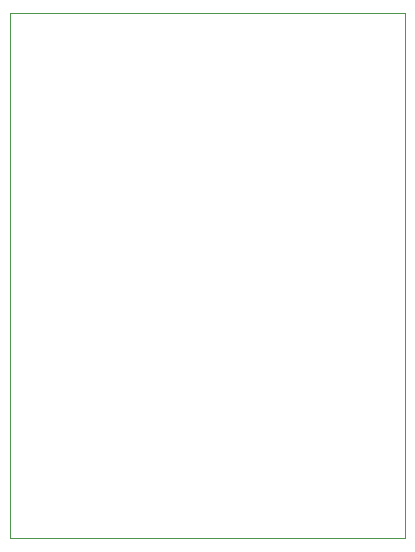
<source format=gm1>
G04 #@! TF.GenerationSoftware,KiCad,Pcbnew,6.0.1*
G04 #@! TF.CreationDate,2022-02-15T02:13:12-08:00*
G04 #@! TF.ProjectId,iCE40-SDRAM,69434534-302d-4534-9452-414d2e6b6963,rev?*
G04 #@! TF.SameCoordinates,Original*
G04 #@! TF.FileFunction,Profile,NP*
%FSLAX46Y46*%
G04 Gerber Fmt 4.6, Leading zero omitted, Abs format (unit mm)*
G04 Created by KiCad (PCBNEW 6.0.1) date 2022-02-15 02:13:12*
%MOMM*%
%LPD*%
G01*
G04 APERTURE LIST*
G04 #@! TA.AperFunction,Profile*
%ADD10C,0.100000*%
G04 #@! TD*
G04 APERTURE END LIST*
D10*
X120100000Y-96790000D02*
X120100000Y-52660000D01*
X120100000Y-97080000D02*
X120100000Y-96790000D01*
X120650000Y-97080000D02*
X120100000Y-97080000D01*
X153470000Y-97110000D02*
X120650000Y-97080000D01*
X153470000Y-96370000D02*
X153470000Y-97110000D01*
X153500000Y-75250000D02*
X153470000Y-96370000D01*
X153490000Y-59370000D02*
X153500000Y-75250000D01*
X153490000Y-55770000D02*
X153490000Y-59370000D01*
X153490000Y-52660000D02*
X153490000Y-55770000D01*
X121320000Y-52660000D02*
X153490000Y-52660000D01*
X120100000Y-52660000D02*
X121320000Y-52660000D01*
M02*

</source>
